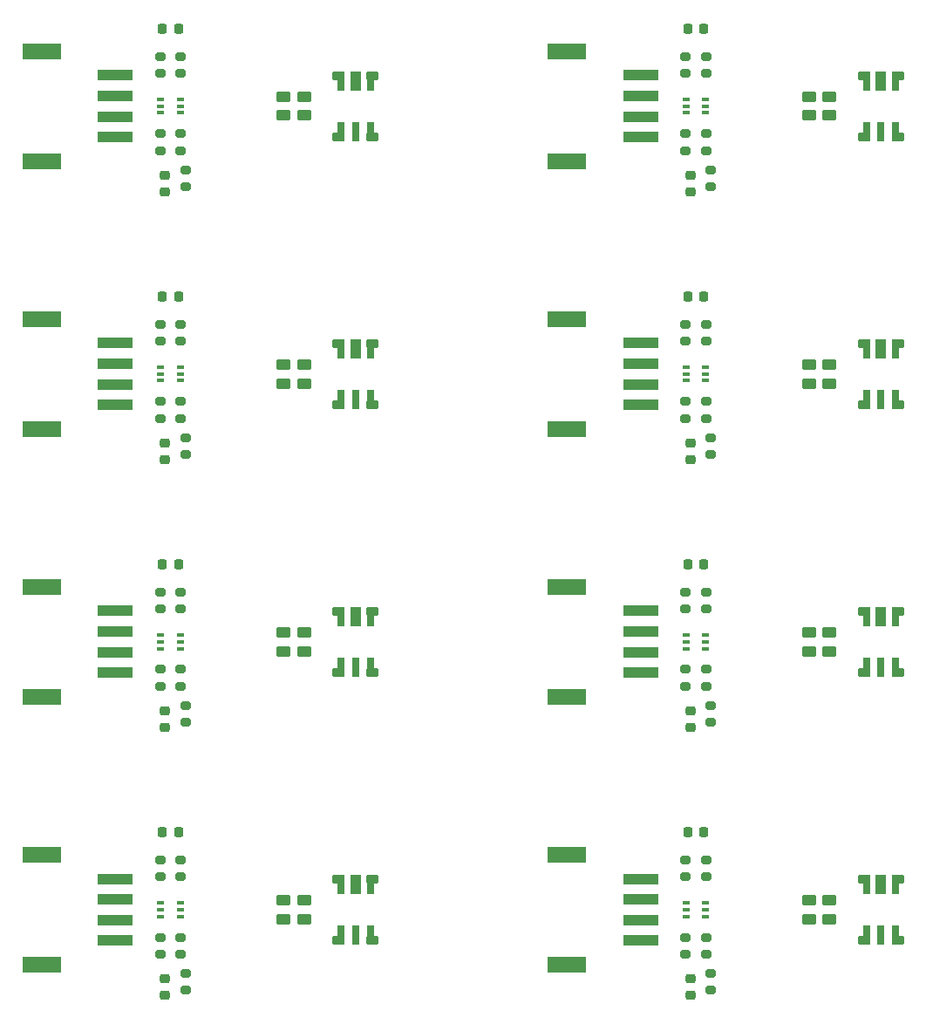
<source format=gbr>
%TF.GenerationSoftware,KiCad,Pcbnew,9.0.3*%
%TF.CreationDate,2025-08-08T18:23:31+02:00*%
%TF.ProjectId,iagabel-panel,69616761-6265-46c2-9d70-616e656c2e6b,rev?*%
%TF.SameCoordinates,Original*%
%TF.FileFunction,Paste,Top*%
%TF.FilePolarity,Positive*%
%FSLAX46Y46*%
G04 Gerber Fmt 4.6, Leading zero omitted, Abs format (unit mm)*
G04 Created by KiCad (PCBNEW 9.0.3) date 2025-08-08 18:23:31*
%MOMM*%
%LPD*%
G01*
G04 APERTURE LIST*
G04 Aperture macros list*
%AMRoundRect*
0 Rectangle with rounded corners*
0 $1 Rounding radius*
0 $2 $3 $4 $5 $6 $7 $8 $9 X,Y pos of 4 corners*
0 Add a 4 corners polygon primitive as box body*
4,1,4,$2,$3,$4,$5,$6,$7,$8,$9,$2,$3,0*
0 Add four circle primitives for the rounded corners*
1,1,$1+$1,$2,$3*
1,1,$1+$1,$4,$5*
1,1,$1+$1,$6,$7*
1,1,$1+$1,$8,$9*
0 Add four rect primitives between the rounded corners*
20,1,$1+$1,$2,$3,$4,$5,0*
20,1,$1+$1,$4,$5,$6,$7,0*
20,1,$1+$1,$6,$7,$8,$9,0*
20,1,$1+$1,$8,$9,$2,$3,0*%
G04 Aperture macros list end*
%ADD10RoundRect,0.250000X0.450000X-0.262500X0.450000X0.262500X-0.450000X0.262500X-0.450000X-0.262500X0*%
%ADD11RoundRect,0.200000X0.275000X-0.200000X0.275000X0.200000X-0.275000X0.200000X-0.275000X-0.200000X0*%
%ADD12RoundRect,0.100000X0.225000X0.100000X-0.225000X0.100000X-0.225000X-0.100000X0.225000X-0.100000X0*%
%ADD13RoundRect,0.200000X-0.275000X0.200000X-0.275000X-0.200000X0.275000X-0.200000X0.275000X0.200000X0*%
%ADD14RoundRect,0.218750X-0.256250X0.218750X-0.256250X-0.218750X0.256250X-0.218750X0.256250X0.218750X0*%
%ADD15RoundRect,0.225000X-0.225000X-0.250000X0.225000X-0.250000X0.225000X0.250000X-0.225000X0.250000X0*%
%ADD16R,0.700000X1.900000*%
%ADD17RoundRect,0.135000X-0.465000X-0.315000X0.465000X-0.315000X0.465000X0.315000X-0.465000X0.315000X0*%
%ADD18R,1.000000X1.900000*%
%ADD19R,3.800000X1.500000*%
%ADD20R,3.500000X1.000000*%
G04 APERTURE END LIST*
D10*
%TO.C,R2*%
X27000000Y-87087500D03*
X27000000Y-88912500D03*
%TD*%
D11*
%TO.C,R4*%
X15000000Y-83175000D03*
X15000000Y-84825000D03*
%TD*%
D12*
%TO.C,U1*%
X15050000Y-88650000D03*
X15050000Y-88000000D03*
X15050000Y-87350000D03*
X16950000Y-87350000D03*
X16950000Y-88000000D03*
X16950000Y-88650000D03*
%TD*%
D13*
%TO.C,R7*%
X17000000Y-92325000D03*
X17000000Y-90675000D03*
%TD*%
D14*
%TO.C,D1*%
X15500000Y-96287500D03*
X15500000Y-94712500D03*
%TD*%
D13*
%TO.C,R6*%
X15000000Y-92325000D03*
X15000000Y-90675000D03*
%TD*%
%TO.C,R5*%
X17500000Y-95825000D03*
X17500000Y-94175000D03*
%TD*%
D15*
%TO.C,C1*%
X16775000Y-80500000D03*
X15225000Y-80500000D03*
%TD*%
D16*
%TO.C,K1*%
X32600000Y-85550000D03*
D17*
X32350000Y-85050000D03*
D18*
X34000000Y-85550000D03*
D17*
X35650000Y-85050000D03*
D16*
X35400000Y-85550000D03*
D17*
X35650000Y-90950000D03*
D16*
X35400000Y-90450000D03*
X34000000Y-90450000D03*
X32600000Y-90450000D03*
D17*
X32350000Y-90950000D03*
%TD*%
D11*
%TO.C,R3*%
X17000000Y-83175000D03*
X17000000Y-84825000D03*
%TD*%
D19*
%TO.C,J1*%
X3500000Y-93350000D03*
X3500000Y-82650000D03*
D20*
X10650000Y-85000000D03*
X10650000Y-87000000D03*
X10650000Y-89000000D03*
X10650000Y-91000000D03*
%TD*%
D10*
%TO.C,R1*%
X29000000Y-87087500D03*
X29000000Y-88912500D03*
%TD*%
D15*
%TO.C,C1*%
X67775000Y-54500000D03*
X66225000Y-54500000D03*
%TD*%
D11*
%TO.C,R4*%
X66000000Y-57175000D03*
X66000000Y-58825000D03*
%TD*%
D19*
%TO.C,J1*%
X54500000Y-67350000D03*
X54500000Y-56650000D03*
D20*
X61650000Y-59000000D03*
X61650000Y-61000000D03*
X61650000Y-63000000D03*
X61650000Y-65000000D03*
%TD*%
D14*
%TO.C,D1*%
X66500000Y-70287500D03*
X66500000Y-68712500D03*
%TD*%
D11*
%TO.C,R3*%
X68000000Y-57175000D03*
X68000000Y-58825000D03*
%TD*%
D13*
%TO.C,R6*%
X66000000Y-66325000D03*
X66000000Y-64675000D03*
%TD*%
%TO.C,R5*%
X68500000Y-69825000D03*
X68500000Y-68175000D03*
%TD*%
D12*
%TO.C,U1*%
X66050000Y-62650000D03*
X66050000Y-62000000D03*
X66050000Y-61350000D03*
X67950000Y-61350000D03*
X67950000Y-62000000D03*
X67950000Y-62650000D03*
%TD*%
D13*
%TO.C,R7*%
X68000000Y-66325000D03*
X68000000Y-64675000D03*
%TD*%
D16*
%TO.C,K1*%
X83600000Y-59550000D03*
D17*
X83350000Y-59050000D03*
D18*
X85000000Y-59550000D03*
D17*
X86650000Y-59050000D03*
D16*
X86400000Y-59550000D03*
D17*
X86650000Y-64950000D03*
D16*
X86400000Y-64450000D03*
X85000000Y-64450000D03*
X83600000Y-64450000D03*
D17*
X83350000Y-64950000D03*
%TD*%
D10*
%TO.C,R1*%
X80000000Y-61087500D03*
X80000000Y-62912500D03*
%TD*%
%TO.C,R2*%
X78000000Y-61087500D03*
X78000000Y-62912500D03*
%TD*%
D13*
%TO.C,R5*%
X17500000Y-69825000D03*
X17500000Y-68175000D03*
%TD*%
D16*
%TO.C,K1*%
X32600000Y-59550000D03*
D17*
X32350000Y-59050000D03*
D18*
X34000000Y-59550000D03*
D17*
X35650000Y-59050000D03*
D16*
X35400000Y-59550000D03*
D17*
X35650000Y-64950000D03*
D16*
X35400000Y-64450000D03*
X34000000Y-64450000D03*
X32600000Y-64450000D03*
D17*
X32350000Y-64950000D03*
%TD*%
D14*
%TO.C,D1*%
X15500000Y-70287500D03*
X15500000Y-68712500D03*
%TD*%
D13*
%TO.C,R6*%
X15000000Y-66325000D03*
X15000000Y-64675000D03*
%TD*%
D12*
%TO.C,U1*%
X15050000Y-62650000D03*
X15050000Y-62000000D03*
X15050000Y-61350000D03*
X16950000Y-61350000D03*
X16950000Y-62000000D03*
X16950000Y-62650000D03*
%TD*%
D15*
%TO.C,C1*%
X16775000Y-54500000D03*
X15225000Y-54500000D03*
%TD*%
D13*
%TO.C,R7*%
X17000000Y-66325000D03*
X17000000Y-64675000D03*
%TD*%
D19*
%TO.C,J1*%
X3500000Y-67350000D03*
X3500000Y-56650000D03*
D20*
X10650000Y-59000000D03*
X10650000Y-61000000D03*
X10650000Y-63000000D03*
X10650000Y-65000000D03*
%TD*%
D11*
%TO.C,R4*%
X15000000Y-57175000D03*
X15000000Y-58825000D03*
%TD*%
D10*
%TO.C,R2*%
X27000000Y-61087500D03*
X27000000Y-62912500D03*
%TD*%
D11*
%TO.C,R3*%
X17000000Y-57175000D03*
X17000000Y-58825000D03*
%TD*%
D10*
%TO.C,R1*%
X29000000Y-61087500D03*
X29000000Y-62912500D03*
%TD*%
D11*
%TO.C,R3*%
X68000000Y-31175000D03*
X68000000Y-32825000D03*
%TD*%
D16*
%TO.C,K1*%
X83600000Y-33550000D03*
D17*
X83350000Y-33050000D03*
D18*
X85000000Y-33550000D03*
D17*
X86650000Y-33050000D03*
D16*
X86400000Y-33550000D03*
D17*
X86650000Y-38950000D03*
D16*
X86400000Y-38450000D03*
X85000000Y-38450000D03*
X83600000Y-38450000D03*
D17*
X83350000Y-38950000D03*
%TD*%
D10*
%TO.C,R1*%
X80000000Y-35087500D03*
X80000000Y-36912500D03*
%TD*%
D14*
%TO.C,D1*%
X66500000Y-44287500D03*
X66500000Y-42712500D03*
%TD*%
D13*
%TO.C,R6*%
X66000000Y-40325000D03*
X66000000Y-38675000D03*
%TD*%
%TO.C,R5*%
X68500000Y-43825000D03*
X68500000Y-42175000D03*
%TD*%
D12*
%TO.C,U1*%
X66050000Y-36650000D03*
X66050000Y-36000000D03*
X66050000Y-35350000D03*
X67950000Y-35350000D03*
X67950000Y-36000000D03*
X67950000Y-36650000D03*
%TD*%
D15*
%TO.C,C1*%
X67775000Y-28500000D03*
X66225000Y-28500000D03*
%TD*%
D13*
%TO.C,R7*%
X68000000Y-40325000D03*
X68000000Y-38675000D03*
%TD*%
D10*
%TO.C,R2*%
X78000000Y-35087500D03*
X78000000Y-36912500D03*
%TD*%
D11*
%TO.C,R4*%
X66000000Y-31175000D03*
X66000000Y-32825000D03*
%TD*%
D19*
%TO.C,J1*%
X54500000Y-41350000D03*
X54500000Y-30650000D03*
D20*
X61650000Y-33000000D03*
X61650000Y-35000000D03*
X61650000Y-37000000D03*
X61650000Y-39000000D03*
%TD*%
D13*
%TO.C,R5*%
X17500000Y-43825000D03*
X17500000Y-42175000D03*
%TD*%
D14*
%TO.C,D1*%
X15500000Y-44287500D03*
X15500000Y-42712500D03*
%TD*%
D13*
%TO.C,R6*%
X15000000Y-40325000D03*
X15000000Y-38675000D03*
%TD*%
D12*
%TO.C,U1*%
X15050000Y-36650000D03*
X15050000Y-36000000D03*
X15050000Y-35350000D03*
X16950000Y-35350000D03*
X16950000Y-36000000D03*
X16950000Y-36650000D03*
%TD*%
D15*
%TO.C,C1*%
X16775000Y-28500000D03*
X15225000Y-28500000D03*
%TD*%
D13*
%TO.C,R7*%
X17000000Y-40325000D03*
X17000000Y-38675000D03*
%TD*%
D16*
%TO.C,K1*%
X32600000Y-33550000D03*
D17*
X32350000Y-33050000D03*
D18*
X34000000Y-33550000D03*
D17*
X35650000Y-33050000D03*
D16*
X35400000Y-33550000D03*
D17*
X35650000Y-38950000D03*
D16*
X35400000Y-38450000D03*
X34000000Y-38450000D03*
X32600000Y-38450000D03*
D17*
X32350000Y-38950000D03*
%TD*%
D11*
%TO.C,R4*%
X15000000Y-31175000D03*
X15000000Y-32825000D03*
%TD*%
D10*
%TO.C,R2*%
X27000000Y-35087500D03*
X27000000Y-36912500D03*
%TD*%
D11*
%TO.C,R3*%
X17000000Y-31175000D03*
X17000000Y-32825000D03*
%TD*%
D10*
%TO.C,R1*%
X29000000Y-35087500D03*
X29000000Y-36912500D03*
%TD*%
D19*
%TO.C,J1*%
X3500000Y-41350000D03*
X3500000Y-30650000D03*
D20*
X10650000Y-33000000D03*
X10650000Y-35000000D03*
X10650000Y-37000000D03*
X10650000Y-39000000D03*
%TD*%
D12*
%TO.C,U1*%
X66050000Y-10650000D03*
X66050000Y-10000000D03*
X66050000Y-9350000D03*
X67950000Y-9350000D03*
X67950000Y-10000000D03*
X67950000Y-10650000D03*
%TD*%
D14*
%TO.C,D1*%
X66500000Y-18287500D03*
X66500000Y-16712500D03*
%TD*%
D16*
%TO.C,K1*%
X83600000Y-7550000D03*
D17*
X83350000Y-7050000D03*
D18*
X85000000Y-7550000D03*
D17*
X86650000Y-7050000D03*
D16*
X86400000Y-7550000D03*
D17*
X86650000Y-12950000D03*
D16*
X86400000Y-12450000D03*
X85000000Y-12450000D03*
X83600000Y-12450000D03*
D17*
X83350000Y-12950000D03*
%TD*%
D13*
%TO.C,R6*%
X66000000Y-14325000D03*
X66000000Y-12675000D03*
%TD*%
%TO.C,R5*%
X68500000Y-17825000D03*
X68500000Y-16175000D03*
%TD*%
D15*
%TO.C,C1*%
X67775000Y-2500000D03*
X66225000Y-2500000D03*
%TD*%
D13*
%TO.C,R7*%
X68000000Y-14325000D03*
X68000000Y-12675000D03*
%TD*%
D11*
%TO.C,R4*%
X66000000Y-5175000D03*
X66000000Y-6825000D03*
%TD*%
%TO.C,R3*%
X68000000Y-5175000D03*
X68000000Y-6825000D03*
%TD*%
D10*
%TO.C,R2*%
X78000000Y-9087500D03*
X78000000Y-10912500D03*
%TD*%
D19*
%TO.C,J1*%
X54500000Y-15350000D03*
X54500000Y-4650000D03*
D20*
X61650000Y-7000000D03*
X61650000Y-9000000D03*
X61650000Y-11000000D03*
X61650000Y-13000000D03*
%TD*%
D10*
%TO.C,R1*%
X80000000Y-9087500D03*
X80000000Y-10912500D03*
%TD*%
D11*
%TO.C,R4*%
X15000000Y-5175000D03*
X15000000Y-6825000D03*
%TD*%
D15*
%TO.C,C1*%
X16775000Y-2500000D03*
X15225000Y-2500000D03*
%TD*%
D14*
%TO.C,D1*%
X15500000Y-18287500D03*
X15500000Y-16712500D03*
%TD*%
D13*
%TO.C,R6*%
X15000000Y-14325000D03*
X15000000Y-12675000D03*
%TD*%
%TO.C,R5*%
X17500000Y-17825000D03*
X17500000Y-16175000D03*
%TD*%
D12*
%TO.C,U1*%
X15050000Y-10650000D03*
X15050000Y-10000000D03*
X15050000Y-9350000D03*
X16950000Y-9350000D03*
X16950000Y-10000000D03*
X16950000Y-10650000D03*
%TD*%
D13*
%TO.C,R7*%
X17000000Y-14325000D03*
X17000000Y-12675000D03*
%TD*%
D16*
%TO.C,K1*%
X32600000Y-7550000D03*
D17*
X32350000Y-7050000D03*
D18*
X34000000Y-7550000D03*
D17*
X35650000Y-7050000D03*
D16*
X35400000Y-7550000D03*
D17*
X35650000Y-12950000D03*
D16*
X35400000Y-12450000D03*
X34000000Y-12450000D03*
X32600000Y-12450000D03*
D17*
X32350000Y-12950000D03*
%TD*%
D10*
%TO.C,R1*%
X29000000Y-9087500D03*
X29000000Y-10912500D03*
%TD*%
%TO.C,R2*%
X27000000Y-9087500D03*
X27000000Y-10912500D03*
%TD*%
D19*
%TO.C,J1*%
X3500000Y-15350000D03*
X3500000Y-4650000D03*
D20*
X10650000Y-7000000D03*
X10650000Y-9000000D03*
X10650000Y-11000000D03*
X10650000Y-13000000D03*
%TD*%
D11*
%TO.C,R3*%
X17000000Y-5175000D03*
X17000000Y-6825000D03*
%TD*%
%TO.C,R3*%
X68000000Y-83175000D03*
X68000000Y-84825000D03*
%TD*%
D10*
%TO.C,R1*%
X80000000Y-87087500D03*
X80000000Y-88912500D03*
%TD*%
D19*
%TO.C,J1*%
X54500000Y-93350000D03*
X54500000Y-82650000D03*
D20*
X61650000Y-85000000D03*
X61650000Y-87000000D03*
X61650000Y-89000000D03*
X61650000Y-91000000D03*
%TD*%
D10*
%TO.C,R2*%
X78000000Y-87087500D03*
X78000000Y-88912500D03*
%TD*%
D11*
%TO.C,R4*%
X66000000Y-83175000D03*
X66000000Y-84825000D03*
%TD*%
D14*
%TO.C,D1*%
X66500000Y-96287500D03*
X66500000Y-94712500D03*
%TD*%
D13*
%TO.C,R6*%
X66000000Y-92325000D03*
X66000000Y-90675000D03*
%TD*%
%TO.C,R5*%
X68500000Y-95825000D03*
X68500000Y-94175000D03*
%TD*%
D12*
%TO.C,U1*%
X66050000Y-88650000D03*
X66050000Y-88000000D03*
X66050000Y-87350000D03*
X67950000Y-87350000D03*
X67950000Y-88000000D03*
X67950000Y-88650000D03*
%TD*%
D15*
%TO.C,C1*%
X67775000Y-80500000D03*
X66225000Y-80500000D03*
%TD*%
D13*
%TO.C,R7*%
X68000000Y-92325000D03*
X68000000Y-90675000D03*
%TD*%
D16*
%TO.C,K1*%
X83600000Y-85550000D03*
D17*
X83350000Y-85050000D03*
D18*
X85000000Y-85550000D03*
D17*
X86650000Y-85050000D03*
D16*
X86400000Y-85550000D03*
D17*
X86650000Y-90950000D03*
D16*
X86400000Y-90450000D03*
X85000000Y-90450000D03*
X83600000Y-90450000D03*
D17*
X83350000Y-90950000D03*
%TD*%
M02*

</source>
